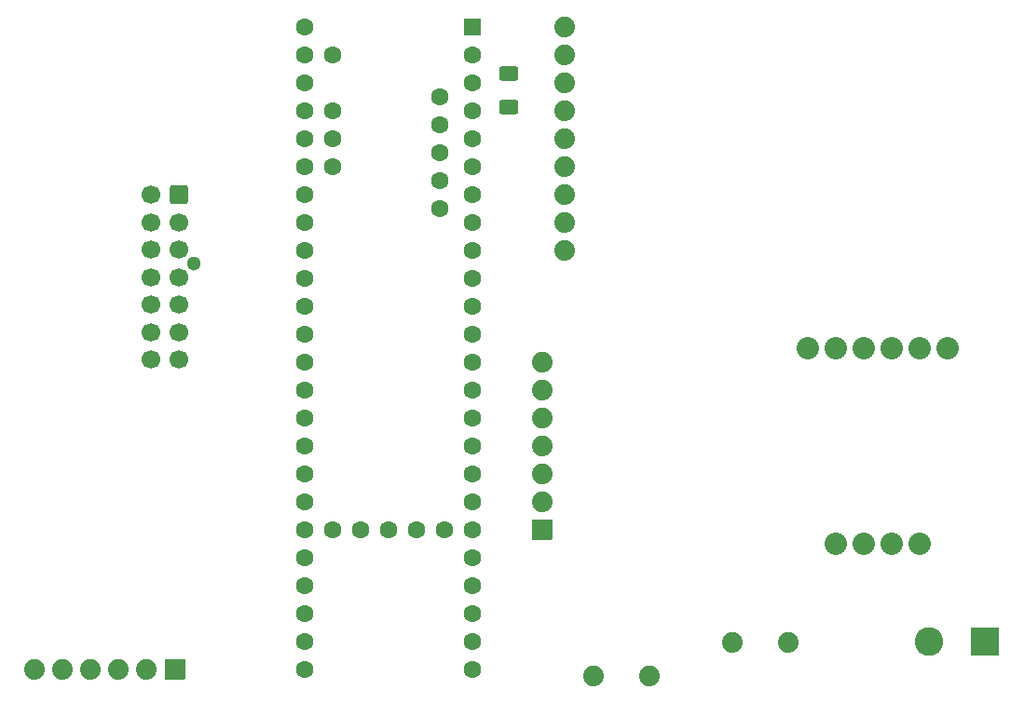
<source format=gts>
%TF.GenerationSoftware,KiCad,Pcbnew,6.0.5-a6ca702e91~116~ubuntu20.04.1*%
%TF.CreationDate,2022-06-23T19:20:55+02:00*%
%TF.ProjectId,odb,6f64622e-6b69-4636-9164-5f7063625858,3*%
%TF.SameCoordinates,Original*%
%TF.FileFunction,Soldermask,Top*%
%TF.FilePolarity,Negative*%
%FSLAX46Y46*%
G04 Gerber Fmt 4.6, Leading zero omitted, Abs format (unit mm)*
G04 Created by KiCad (PCBNEW 6.0.5-a6ca702e91~116~ubuntu20.04.1) date 2022-06-23 19:20:55*
%MOMM*%
%LPD*%
G01*
G04 APERTURE LIST*
G04 Aperture macros list*
%AMRoundRect*
0 Rectangle with rounded corners*
0 $1 Rounding radius*
0 $2 $3 $4 $5 $6 $7 $8 $9 X,Y pos of 4 corners*
0 Add a 4 corners polygon primitive as box body*
4,1,4,$2,$3,$4,$5,$6,$7,$8,$9,$2,$3,0*
0 Add four circle primitives for the rounded corners*
1,1,$1+$1,$2,$3*
1,1,$1+$1,$4,$5*
1,1,$1+$1,$6,$7*
1,1,$1+$1,$8,$9*
0 Add four rect primitives between the rounded corners*
20,1,$1+$1,$2,$3,$4,$5,0*
20,1,$1+$1,$4,$5,$6,$7,0*
20,1,$1+$1,$6,$7,$8,$9,0*
20,1,$1+$1,$8,$9,$2,$3,0*%
G04 Aperture macros list end*
%ADD10RoundRect,0.250000X0.625000X-0.400000X0.625000X0.400000X-0.625000X0.400000X-0.625000X-0.400000X0*%
%ADD11C,1.879600*%
%ADD12R,2.600000X2.600000*%
%ADD13C,2.600000*%
%ADD14R,1.600000X1.600000*%
%ADD15C,1.600000*%
%ADD16RoundRect,0.050800X0.889000X-0.889000X0.889000X0.889000X-0.889000X0.889000X-0.889000X-0.889000X0*%
%ADD17C,1.300000*%
%ADD18RoundRect,0.250000X0.600000X0.600000X-0.600000X0.600000X-0.600000X-0.600000X0.600000X-0.600000X0*%
%ADD19C,1.700000*%
%ADD20RoundRect,0.050800X-0.889000X-0.889000X0.889000X-0.889000X0.889000X0.889000X-0.889000X0.889000X0*%
%ADD21C,2.032000*%
G04 APERTURE END LIST*
D10*
%TO.C,R1*%
X147320000Y-72670000D03*
X147320000Y-69570000D03*
%TD*%
D11*
%TO.C,SW1*%
X172752000Y-121319500D03*
X167672000Y-121319500D03*
%TD*%
%TO.C,SW2*%
X155035000Y-124365000D03*
X160115000Y-124365000D03*
%TD*%
D12*
%TO.C,J1*%
X190627000Y-121224500D03*
D13*
X185547000Y-121224500D03*
%TD*%
D11*
%TO.C,U4*%
X152400000Y-85644442D03*
X152400000Y-83104442D03*
X152400000Y-80564442D03*
X152400000Y-78024442D03*
X152400000Y-75484442D03*
X152400000Y-72944442D03*
X152400000Y-70404442D03*
X152400000Y-67864442D03*
X152400000Y-65324442D03*
%TD*%
D14*
%TO.C,U5*%
X144074067Y-65374442D03*
D15*
X144074067Y-67914442D03*
X144074067Y-70454442D03*
X144074067Y-72994442D03*
X144074067Y-75534442D03*
X144074067Y-78074442D03*
X144074067Y-80614442D03*
X144074067Y-83154442D03*
X144074067Y-85694442D03*
X144074067Y-88234442D03*
X144074067Y-90774442D03*
X144074067Y-93314442D03*
X144074067Y-95854442D03*
X144074067Y-98394442D03*
X144074067Y-100934442D03*
X144074067Y-103474442D03*
X144074067Y-106014442D03*
X144074067Y-108554442D03*
X144074067Y-111094442D03*
X144074067Y-113634442D03*
X144074067Y-116174442D03*
X144074067Y-118714442D03*
X144074067Y-121254442D03*
X144074067Y-123794442D03*
X141534067Y-111094442D03*
X138994067Y-111094442D03*
X136454067Y-111094442D03*
X133914067Y-111094442D03*
X131374067Y-111094442D03*
X128834067Y-123794442D03*
X128834067Y-121254442D03*
X128834067Y-118714442D03*
X128834067Y-116174442D03*
X128834067Y-113634442D03*
X128834067Y-111094442D03*
X128834067Y-108554442D03*
X128834067Y-106014442D03*
X128834067Y-103474442D03*
X128834067Y-100934442D03*
X128834067Y-98394442D03*
X128834067Y-95854442D03*
X128834067Y-93314442D03*
X128834067Y-90774442D03*
X128834067Y-88234442D03*
X128834067Y-85694442D03*
X128834067Y-83154442D03*
X128834067Y-80614442D03*
X128834067Y-78074442D03*
X128834067Y-75534442D03*
X128834067Y-72994442D03*
X128834067Y-70454442D03*
X128834067Y-67914442D03*
X128834067Y-65374442D03*
X131374067Y-67914442D03*
X131374067Y-72994442D03*
X131374067Y-75534442D03*
X131374067Y-78074442D03*
X141074067Y-71724442D03*
X141074067Y-74264442D03*
X141074067Y-76804442D03*
X141074067Y-79344442D03*
X141074067Y-81884442D03*
%TD*%
D16*
%TO.C,U1*%
X117007000Y-123764500D03*
D11*
X114427000Y-123764500D03*
X111887000Y-123764500D03*
X109347000Y-123764500D03*
X106807000Y-123764500D03*
X104267000Y-123764500D03*
%TD*%
D17*
%TO.C,J2*%
X118685094Y-86874500D03*
D18*
X117345094Y-80624500D03*
D19*
X117345094Y-83124500D03*
X117345094Y-85624500D03*
X117345094Y-88124500D03*
X117345094Y-90624500D03*
X117345094Y-93124500D03*
X117345094Y-95624500D03*
X114845094Y-80624500D03*
X114845094Y-83124500D03*
X114845094Y-85624500D03*
X114845094Y-88124500D03*
X114845094Y-90624500D03*
X114845094Y-93124500D03*
X114845094Y-95624500D03*
%TD*%
D20*
%TO.C,U3*%
X150368000Y-111064500D03*
D11*
X150368000Y-108524500D03*
X150368000Y-105984500D03*
X150368000Y-103444500D03*
X150368000Y-100904500D03*
X150368000Y-98364500D03*
X150368000Y-95824500D03*
%TD*%
D21*
%TO.C,U2*%
X174535094Y-94554500D03*
X177075094Y-112334500D03*
X177075094Y-94554500D03*
X179615094Y-112334500D03*
X179615094Y-94554500D03*
X182155094Y-112334500D03*
X182155094Y-94554500D03*
X184695094Y-112334500D03*
X184695094Y-94554500D03*
X187235094Y-94554500D03*
%TD*%
M02*

</source>
